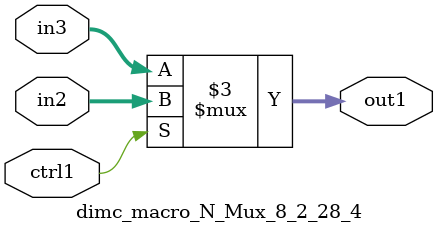
<source format=v>

`timescale 1ps / 1ps


module dimc_macro_N_Mux_8_2_28_4( in3, in2, ctrl1, out1 );

    input [7:0] in3;
    input [7:0] in2;
    input ctrl1;
    output [7:0] out1;
    reg [7:0] out1;

    
    // rtl_process:dimc_macro_N_Mux_8_2_28_4/dimc_macro_N_Mux_8_2_28_4_thread_1
    always @*
      begin : dimc_macro_N_Mux_8_2_28_4_thread_1
        case (ctrl1) 
          1'b1: 
            begin
              out1 = in2;
            end
          default: 
            begin
              out1 = in3;
            end
        endcase
      end

endmodule



</source>
